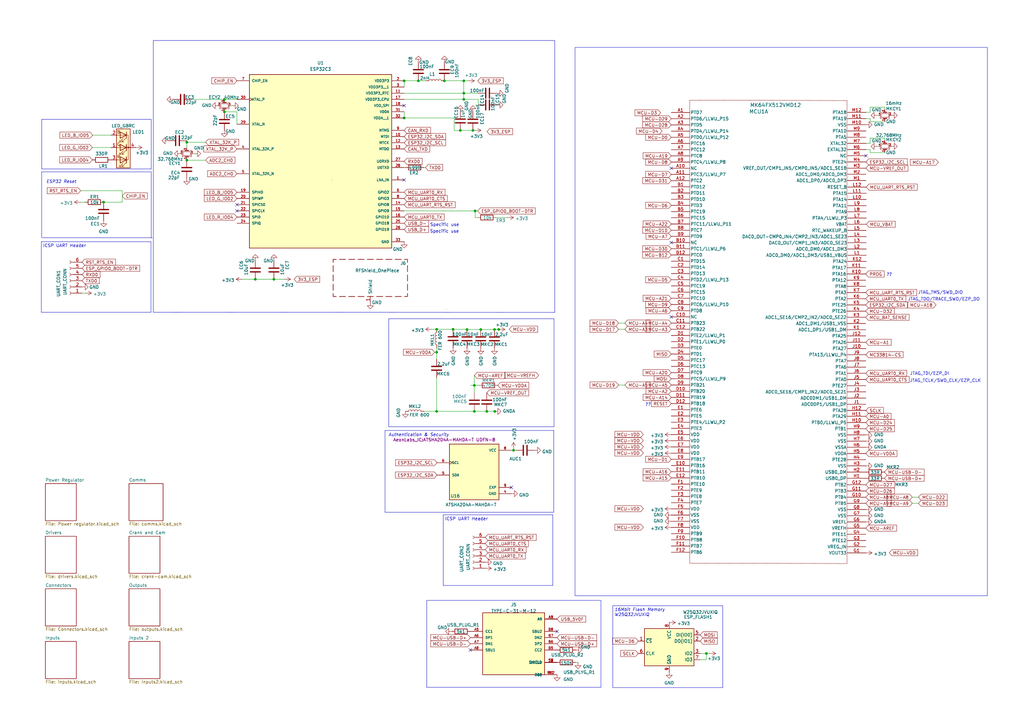
<source format=kicad_sch>
(kicad_sch (version 20230121) (generator eeschema)
  (paper "A3")
  (title_block (title "OPEN ECU") (date "2023-12-11") (rev "12-2023") (company "WWW.AEONLABS.SCIENCE") (comment 1 "https://github.com/aeonSolutions/AeonLabs-AI-Volvo-MKII-Open-Hardware") (comment 2 "Creative Commons non commercial share alike"))
  (junction (at 194.564 158.0642))
  (junction (at 92.0496 45.8724))
  (junction (at 190.2206 33.147))
  (junction (at 112.3442 114.554))
  (junction (at 191.5414 135.1534))
  (junction (at 179.07 144.4752))
  (junction (at 202.819 135.128))
  (junction (at 190.2206 40.767))
  (junction (at 165.7604 48.387))
  (junction (at 182.2704 33.147))
  (junction (at 289.7124 268.0208))
  (junction (at 190.2206 38.227))
  (junction (at 171.6024 33.147))
  (junction (at 210.6168 184.6834))
  (junction (at 104.7242 114.554))
  (junction (at 194.564 168.7322))
  (junction (at 188.7982 53.4924))
  (junction (at 197.1802 135.1534))
  (junction (at 199.644 168.7322))
  (junction (at 179.0954 135.0772))
  (junction (at 202.9206 168.7322))
  (junction (at 92.0242 40.7924))
  (junction (at 76.6064 58.3438))
  (junction (at 42.4942 82.9056))
  (junction (at 193.9544 53.4924))
  (junction (at 194.8688 86.5124))
  (junction (at 179.07 168.7322))
  (junction (at 204.5462 135.128))
  (junction (at 185.8264 135.0772))
  (junction (at 165.7604 33.147))
  (junction (at 76.6064 65.6844))
  (no_connect (at 275.3106 69.0118))
  (no_connect (at 228.473 258.9784))
  (no_connect (at 97.1804 83.947))
  (no_connect (at 275.3106 99.4918))
  (no_connect (at 165.7604 73.787))
  (no_connect (at 209.7278 199.9234))
  (no_connect (at 97.1804 86.487))
  (no_connect (at 165.7604 43.307))
  (no_connect (at 355.1682 63.881))
  (no_connect (at 192.913 266.5984))
  (no_connect (at 275.3106 129.9718))
  (wire (pts (xy 356.87 48.641) (xy 355.1682 48.641)))
  (wire (pts (xy 290.9824 268.0208) (xy 289.7124 268.0208)))
  (wire (pts (xy 185.8264 135.0772) (xy 191.5414 135.0772)))
  (polyline (pts (xy 17.0942 48.9712) (xy 17.0942 69.2912)))
  (wire (pts (xy 356.87 61.341) (xy 355.1682 61.341)))
  (wire (pts (xy 92.0496 45.9994) (xy 92.0496 45.8724)))
  (wire (pts (xy 355.1682 58.801) (xy 356.87 58.801)))
  (wire (pts (xy 181.5084 86.5124) (xy 165.7604 86.487)))
  (wire (pts (xy 179.07 168.7322) (xy 179.07 154.8638)))
  (wire (pts (xy 356.87 61.341) (xy 356.87 62.5856)))
  (wire (pts (xy 190.2206 38.227) (xy 196.1642 38.227)))
  (polyline (pts (xy 16.9672 128.0922) (xy 61.9252 128.0922)))
  (wire (pts (xy 179.0954 135.0772) (xy 185.8264 135.0772)))
  (polyline (pts (xy 62.4332 97.5106) (xy 17.3482 97.5106)))
  (wire (pts (xy 194.564 154.0002) (xy 194.564 158.0642)))
  (wire (pts (xy 208.0768 89.2302) (xy 203.5048 89.2302)))
  (wire (pts (xy 193.04 158.0642) (xy 194.564 158.0642)))
  (wire (pts (xy 376.7074 206.4512) (xy 374.1674 206.4512)))
  (polyline (pts (xy 16.9672 99.1362) (xy 16.9672 128.0922)))
  (wire (pts (xy 94.5896 43.3324) (xy 95.2246 43.3324)))
  (polyline (pts (xy 181.7878 211.1756) (xy 181.7878 240.1316)))
  (wire (pts (xy 188.7982 53.5432) (xy 188.7982 53.4924)))
  (wire (pts (xy 173.8376 168.7322) (xy 179.07 168.7322)))
  (wire (pts (xy 192.0494 33.147) (xy 190.2206 33.147)))
  (wire (pts (xy 45.4914 55.4228) (xy 37.9984 55.4228)))
  (wire (pts (xy 356.87 56.642) (xy 362.9406 56.642)))
  (wire (pts (xy 165.7604 38.227) (xy 190.2206 38.227)))
  (wire (pts (xy 178.2318 144.4752) (xy 179.07 144.4752)))
  (wire (pts (xy 202.7936 135.1788) (xy 202.819 135.1788)))
  (wire (pts (xy 50.1142 78.2066) (xy 50.1142 82.9056)))
  (wire (pts (xy 171.6024 33.147) (xy 165.7604 33.147)))
  (wire (pts (xy 97.1804 45.8724) (xy 97.1804 50.927)))
  (wire (pts (xy 360.4006 47.3202) (xy 359.7656 47.3202)))
  (wire (pts (xy 92.0242 40.7924) (xy 92.0242 40.767)))
  (wire (pts (xy 177.1142 135.0772) (xy 179.0954 135.0772)))
  (wire (pts (xy 183.0324 126.9746) (xy 183.0324 126.8476)))
  (wire (pts (xy 76.6064 73.3044) (xy 76.6064 73.1774)))
  (wire (pts (xy 202.819 135.1788) (xy 202.819 135.128)))
  (wire (pts (xy 209.7278 184.6834) (xy 210.6168 184.6834)))
  (wire (pts (xy 194.564 158.0642) (xy 196.5198 158.0642)))
  (wire (pts (xy 289.7124 268.0208) (xy 287.1724 268.0208)))
  (wire (pts (xy 356.87 48.641) (xy 356.87 49.8856)))
  (wire (pts (xy 355.1682 46.101) (xy 356.87 46.101)))
  (wire (pts (xy 112.3442 114.554) (xy 116.6368 114.554)))
  (polyline (pts (xy 226.7458 211.1756) (xy 226.7458 240.1316)))
  (wire (pts (xy 362.9406 49.8856) (xy 362.9406 49.8602)))
  (wire (pts (xy 362.9406 56.642) (xy 362.9406 57.4802)))
  (wire (pts (xy 76.6064 65.6844) (xy 76.6064 65.5574)))
  (wire (pts (xy 204.5462 135.128) (xy 204.5716 135.128)))
  (wire (pts (xy 289.7124 270.5608) (xy 289.7124 268.0208)))
  (wire (pts (xy 136.2456 73.8124) (xy 136.2456 73.787)))
  (wire (pts (xy 191.5414 135.0772) (xy 191.5414 135.1534)))
  (polyline (pts (xy 226.7458 211.1756) (xy 181.7878 211.1756)))
  (wire (pts (xy 253.7206 132.5118) (xy 256.2606 132.5118)))
  (wire (pts (xy 165.7604 45.847) (xy 165.7604 48.387)))
  (wire (pts (xy 191.5414 135.1534) (xy 197.1802 135.1534)))
  (wire (pts (xy 34.925 120.2182) (xy 33.655 120.2182)))
  (wire (pts (xy 50.1142 82.9056) (xy 42.4942 82.9056)))
  (polyline (pts (xy 17.0688 97.5106) (xy 17.0688 70.5104)))
  (wire (pts (xy 362.9406 43.942) (xy 362.9406 44.7802)))
  (wire (pts (xy 195.9102 86.5378) (xy 195.9102 86.5124)))
  (wire (pts (xy 37.8714 60.5028) (xy 45.4914 60.5028)))
  (wire (pts (xy 356.87 58.801) (xy 356.87 56.642)))
  (wire (pts (xy 360.4006 60.0202) (xy 359.7656 60.0202)))
  (wire (pts (xy 201.0664 135.1534) (xy 201.0664 135.128)))
  (wire (pts (xy 256.2606 135.0518) (xy 253.7206 135.0518)))
  (wire (pts (xy 104.7242 114.554) (xy 112.3442 114.554)))
  (wire (pts (xy 179.07 144.4752) (xy 179.07 147.2438)))
  (wire (pts (xy 165.7604 33.147) (xy 165.7604 35.687)))
  (wire (pts (xy 179.0954 142.6972) (xy 179.0954 144.4752)))
  (wire (pts (xy 186.2582 53.5432) (xy 188.7982 53.5432)))
  (wire (pts (xy 287.1724 270.5608) (xy 289.7124 270.5608)))
  (wire (pts (xy 179.0954 144.4752) (xy 179.07 144.4752)))
  (wire (pts (xy 166.2684 68.707) (xy 165.7604 68.707)))
  (wire (pts (xy 76.6064 58.3438) (xy 76.6064 60.4774)))
  (polyline (pts (xy 62.8904 128.1176) (xy 62.8904 16.6116)))
  (polyline (pts (xy 227.1268 210.0834) (xy 157.9118 210.0834)))
  (polyline (pts (xy 61.9252 99.1362) (xy 16.9672 99.1362)))
  (polyline (pts (xy 296.4434 281.9908) (xy 251.3584 281.9908)))
  (wire (pts (xy 84.328 58.3438) (xy 76.6064 58.3438)))
  (wire (pts (xy 194.8688 86.5124) (xy 195.9102 86.5124)))
  (wire (pts (xy 193.9544 53.4924) (xy 194.7164 53.4924)))
  (wire (pts (xy 194.564 168.7322) (xy 199.644 168.7322)))
  (polyline (pts (xy 62.0014 69.3928) (xy 62.0014 49.0728)))
  (wire (pts (xy 99.3902 114.554) (xy 104.7242 114.554)))
  (wire (pts (xy 194.8688 89.2302) (xy 194.8688 86.5124)))
  (wire (pts (xy 202.819 135.128) (xy 204.5462 135.128)))
  (wire (pts (xy 92.0496 40.7924) (xy 92.0242 40.7924)))
  (wire (pts (xy 92.0242 40.767) (xy 97.1804 40.767)))
  (wire (pts (xy 136.2202 73.8124) (xy 136.2456 73.8124)))
  (polyline (pts (xy 296.4434 248.4628) (xy 296.4434 281.9908)))
  (wire (pts (xy 190.2206 33.147) (xy 190.2206 38.227)))
  (polyline (pts (xy 227.1268 176.5554) (xy 227.1268 210.0834)))
  (polyline (pts (xy 251.3584 248.4628) (xy 296.4434 248.4628)))
  (wire (pts (xy 196.1642 40.767) (xy 196.1642 43.0276)))
  (wire (pts (xy 174.5234 68.707) (xy 173.8884 68.707)))
  (wire (pts (xy 356.87 43.942) (xy 362.9406 43.942)))
  (polyline (pts (xy 62.9158 16.6116) (xy 227.4824 16.6116)))
  (wire (pts (xy 173.8376 168.7068) (xy 173.8376 168.7322)))
  (wire (pts (xy 190.2206 40.767) (xy 196.1642 40.767)))
  (wire (pts (xy 181.5084 86.5124) (xy 194.8688 86.5124)))
  (polyline (pts (xy 157.9118 210.0834) (xy 157.9118 176.5554)))
  (wire (pts (xy 210.6168 184.6834) (xy 211.582 184.6834)))
  (wire (pts (xy 179.07 168.7322) (xy 194.564 168.7322)))
  (wire (pts (xy 186.2582 48.387) (xy 186.2582 53.5432)))
  (wire (pts (xy 194.8688 89.2302) (xy 195.8848 89.2302)))
  (wire (pts (xy 356.87 46.101) (xy 356.87 43.942)))
  (polyline (pts (xy 181.7878 240.1316) (xy 226.7458 240.1316)))
  (wire (pts (xy 197.1802 135.1534) (xy 201.0664 135.1534)))
  (wire (pts (xy 188.7982 53.4924) (xy 193.9544 53.4924)))
  (wire (pts (xy 190.2206 33.147) (xy 182.2704 33.147)))
  (polyline (pts (xy 17.0942 69.2912) (xy 62.0014 69.2912)))
  (polyline (pts (xy 227.5078 16.6116) (xy 227.5078 128.143)))
  (wire (pts (xy 210.6168 184.023) (xy 210.6168 184.6834)))
  (wire (pts (xy 356.87 49.8856) (xy 362.9406 49.8856)))
  (wire (pts (xy 356.87 62.5856) (xy 362.9406 62.5856)))
  (wire (pts (xy 362.9406 62.5856) (xy 362.9406 62.5602)))
  (wire (pts (xy 194.564 158.0642) (xy 194.564 161.1122)))
  (polyline (pts (xy 227.5078 128.143) (xy 62.9158 128.0414)))
  (wire (pts (xy 188.7982 53.4162) (xy 188.7982 53.4924)))
  (wire (pts (xy 165.7604 48.387) (xy 186.2582 48.387)))
  (wire (pts (xy 79.1464 63.0174) (xy 79.7814 63.0174)))
  (wire (pts (xy 76.6064 57.6834) (xy 76.6064 58.3438)))
  (polyline (pts (xy 61.9252 99.1362) (xy 61.9252 128.0922)))
  (polyline (pts (xy 251.3584 281.9908) (xy 251.3584 248.4628)))
  (polyline (pts (xy 17.0688 70.5104) (xy 62.0268 70.5104)))
  (wire (pts (xy 202.9206 168.7322) (xy 202.946 168.7322)))
  (wire (pts (xy 237.0582 271.7292) (xy 237.0582 271.6784)))
  (wire (pts (xy 190.2206 38.227) (xy 190.2206 40.767)))
  (wire (pts (xy 237.0582 271.6784) (xy 236.093 271.6784)))
  (wire (pts (xy 33.0962 82.9056) (xy 34.8742 82.9056)))
  (polyline (pts (xy 157.9118 176.5554) (xy 227.1268 176.5554)))
  (wire (pts (xy 253.7206 157.9118) (xy 256.2606 157.9118)))
  (wire (pts (xy 33.0962 78.2066) (xy 50.1142 78.2066)))
  (wire (pts (xy 376.7074 203.9112) (xy 374.1674 203.9112)))
  (wire (pts (xy 165.7604 40.767) (xy 190.2206 40.767)))
  (polyline (pts (xy 62.0014 48.9712) (xy 17.0942 48.9712)))
  (wire (pts (xy 76.6064 65.6844) (xy 84.3534 65.6844)))
  (wire (pts (xy 201.0664 135.128) (xy 202.819 135.128)))
  (wire (pts (xy 97.1804 45.8724) (xy 92.0496 45.8724)))
  (wire (pts (xy 173.9138 168.7068) (xy 173.8376 168.7068)))
  (wire (pts (xy 174.6504 33.147) (xy 171.6024 33.147)))
  (wire (pts (xy 199.644 168.7322) (xy 202.9206 168.7322)))
  (wire (pts (xy 78.6384 40.7924) (xy 92.0242 40.7924)))
  (polyline (pts (xy 62.0268 70.5104) (xy 62.0268 97.6376)))
  (rectangle (start 235.839 19.4564) (end 404.9776 244.348))
  (rectangle (start 159.4358 130.7084) (end 227.2284 175.0314))
  (rectangle (start 175.006 246.253) (end 246.4816 281.9146))
  (text "??" (at 363.5502 113.4872 0) (effects (font (size 1.27 1.27)) (justify left bottom)))
  (text " JTAG_TDO/TRACE_SWO/EZP_DO\n" (at 371.348 123.5964 0) (effects (font (size 1.27 1.27)) (justify left bottom)))
  (text "ESP32 Reset" (at 18.9738 75.4126 0) (effects (font (size 1.27 1.27) italic) (justify left bottom)))
  (text "16Mbit Flash Memory\nW25Q32JVUXIQ" (at 252.0442 253.0094 0) (effects (font (size 1.27 1.27) italic) (justify left bottom)))
  (text "JTAG_TCLK/SWD_CLK/EZP_CLK\n" (at 373.1006 156.9974 0) (effects (font (size 1.27 1.27)) (justify left bottom)))
  (text "??" (at 264.6172 166.7764 0) (effects (font (size 1.27 1.27)) (justify left bottom)))
  (text "ICSP UART Header" (at 182.4228 213.7156 0) (effects (font (size 1.27 1.27)) (justify left bottom)))
  (text " JTAG_TMS/SWD_DIO" (at 375.4628 120.8532 0) (effects (font (size 1.27 1.27)) (justify left bottom)))
  (text "ICSP UART Header" (at 17.6022 101.6762 0) (effects (font (size 1.27 1.27)) (justify left bottom)))
  (text "JTAG_TDI/EZP_DI\n" (at 373.2022 154.0764 0) (effects (font (size 1.27 1.27)) (justify left bottom)))
  (text "Specific use" (at 176.3014 95.758 0) (effects (font (size 1.27 1.27)) (justify left bottom)))
  (text "Authentication & Security" (at 159.3088 179.2224 0) (effects (font (size 1.27 1.27) italic) (justify left bottom)))
  (text "Specific use" (at 176.3776 93.0656 0) (effects (font (size 1.27 1.27)) (justify left bottom)))
  (global_label "MCU_UART0_CTS" (shape input) (at 199.009 222.9358 0) (property "Intersheetrefs" "${INTERSHEET_REFS}" (effects hide)))
  (global_label "MCU_UART_RTS_RST" (shape input) (at 165.7604 83.947 0) (property "Intersheetrefs" "${INTERSHEET_REFS}" (effects hide)))
  (global_label "MCU-A6" (shape input) (at 275.3106 127.4318 180) (property "Intersheetrefs" "${INTERSHEET_REFS}" (effects hide)))
  (global_label "MCU-A21" (shape input) (at 275.3106 122.3518 180) (property "Intersheetrefs" "${INTERSHEET_REFS}" (effects hide)))
  (global_label "LED_R_IO04" (shape input) (at 37.8714 65.5828 180) (property "Intersheetrefs" "${INTERSHEET_REFS}" (effects hide)))
  (global_label "MCU_VBAT" (shape input) (at 355.2952 91.9734 0) (property "Intersheetrefs" "${INTERSHEET_REFS}" (effects hide)))
  (global_label "MCU-VREFH" (shape input) (at 220.9292 153.924 180) (property "Intersheetrefs" "${INTERSHEET_REFS}" (effects hide)))
  (global_label "MCU-A18" (shape input) (at 383.9464 125.0696 180) (property "Intersheetrefs" "${INTERSHEET_REFS}" (effects hide)))
  (global_label "MCU-D1" (shape input) (at 275.3106 188.3918 180) (property "Intersheetrefs" "${INTERSHEET_REFS}" (effects hide)))
  (global_label "MCU-A9" (shape input) (at 355.1174 206.4512 0) (property "Intersheetrefs" "${INTERSHEET_REFS}" (effects hide)))
  (global_label "MCU-A15" (shape input) (at 275.3106 196.0118 180) (property "Intersheetrefs" "${INTERSHEET_REFS}" (effects hide)))
  (global_label "MCU-D7" (shape input) (at 275.3106 71.5518 180) (property "Intersheetrefs" "${INTERSHEET_REFS}" (effects hide)))
  (global_label "RST_RTS_EN" (shape input) (at 33.0962 78.2066 180) (property "Intersheetrefs" "${INTERSHEET_REFS}" (effects hide)))
  (global_label "MCU-VDDA" (shape input) (at 204.1398 158.0642 0) (property "Intersheetrefs" "${INTERSHEET_REFS}" (effects hide)))
  (global_label "ESP32_I2C_SDA" (shape input) (at 165.7604 56.007 0) (property "Intersheetrefs" "${INTERSHEET_REFS}" (effects hide)))
  (global_label "MCU_UART_RTS_RST" (shape input) (at 199.009 220.3958 0) (property "Intersheetrefs" "${INTERSHEET_REFS}" (effects hide)))
  (global_label "ESP32_I2C_SCL" (shape input) (at 179.2478 189.7634 180) (property "Intersheetrefs" "${INTERSHEET_REFS}" (effects hide)))
  (global_label "MCU_UART0_RX" (shape input) (at 165.7604 78.867 0) (property "Intersheetrefs" "${INTERSHEET_REFS}" (effects hide)))
  (global_label "MISO" (shape input) (at 275.3106 145.2118 180) (property "Intersheetrefs" "${INTERSHEET_REFS}" (effects hide)))
  (global_label "MOSI" (shape input) (at 275.3106 155.3718 180) (property "Intersheetrefs" "${INTERSHEET_REFS}" (effects hide)))
  (global_label "MCU-D32" (shape input) (at 355.0666 127.6096 0) (property "Intersheetrefs" "${INTERSHEET_REFS}" (effects hide)))
  (global_label "MCU-D8" (shape input) (at 275.3106 66.4718 180) (property "Intersheetrefs" "${INTERSHEET_REFS}" (effects hide)))
  (global_label "MCU-A19" (shape input) (at 275.3106 63.9318 180) (property "Intersheetrefs" "${INTERSHEET_REFS}" (effects hide)))
  (global_label "RXD0" (shape input) (at 33.655 112.5982 0) (property "Intersheetrefs" "${INTERSHEET_REFS}" (effects hide)))
  (global_label "MCU_UART0_CTS" (shape input) (at 165.7604 81.407 0) (property "Intersheetrefs" "${INTERSHEET_REFS}" (effects hide)))
  (global_label "MCU-VREF_OUT" (shape input) (at 199.644 161.1122 0) (property "Intersheetrefs" "${INTERSHEET_REFS}" (effects hide)))
  (global_label "MCU-A22" (shape input) (at 275.3106 91.8718 180) (property "Intersheetrefs" "${INTERSHEET_REFS}" (effects hide)))
  (global_label "MCU-D27" (shape input) (at 355.1174 198.8312 0) (property "Intersheetrefs" "${INTERSHEET_REFS}" (effects hide)))
  (global_label "ADC2_CH0" (shape input) (at 97.1804 71.247 180) (property "Intersheetrefs" "${INTERSHEET_REFS}" (effects hide)))
  (global_label "MCU-D10" (shape input) (at 275.3106 94.4118 180) (property "Intersheetrefs" "${INTERSHEET_REFS}" (effects hide)))
  (global_label "CHIP_EN" (shape input) (at 97.1804 33.147 180) (property "Intersheetrefs" "${INTERSHEET_REFS}" (effects hide)))
  (global_label "RST_RTS_EN" (shape input) (at 33.655 107.5182 0) (property "Intersheetrefs" "${INTERSHEET_REFS}" (effects hide)))
  (global_label "MCU-VDD" (shape input) (at 263.8806 180.6956 180) (property "Intersheetrefs" "${INTERSHEET_REFS}" (effects hide)))
  (global_label "MISO" (shape input) (at 287.1724 262.9408 0) (property "Intersheetrefs" "${INTERSHEET_REFS}" (effects hide)))
  (global_label "ESP32_I2C_SDA" (shape input) (at 179.2478 194.8434 180) (property "Intersheetrefs" "${INTERSHEET_REFS}" (effects hide)))
  (global_label "MCU-AREF" (shape input) (at 194.564 154.0002 0) (property "Intersheetrefs" "${INTERSHEET_REFS}" (effects hide)))
  (global_label "MCU-D5" (shape input) (at 275.3106 114.7318 180) (property "Intersheetrefs" "${INTERSHEET_REFS}" (effects hide)))
  (global_label "RXD0" (shape input) (at 165.7604 66.167 0) (property "Intersheetrefs" "${INTERSHEET_REFS}" (effects hide)))
  (global_label "MCU-VDD" (shape input) (at 364.7186 226.695 0) (property "Intersheetrefs" "${INTERSHEET_REFS}" (effects hide)))
  (global_label "3V3_ESP" (shape input) (at 199.7202 53.975 0) (property "Intersheetrefs" "${INTERSHEET_REFS}" (effects hide)))
  (global_label "MCU_UART0_TX" (shape input) (at 355.0666 122.5296 0) (property "Intersheetrefs" "${INTERSHEET_REFS}" (effects hide)))
  (global_label "USB_D-" (shape input) (at 165.7604 91.567 0) (property "Intersheetrefs" "${INTERSHEET_REFS}" (effects hide)))
  (global_label "MCU_BAT_SENSE" (shape input) (at 355.0666 130.1496 0) (effects (font italic)) (property "Intersheetrefs" "${INTERSHEET_REFS}" (effects hide)))
  (global_label "PROG" (shape input) (at 355.0666 112.3696 0) (property "Intersheetrefs" "${INTERSHEET_REFS}" (effects hide)))
  (global_label "MCU_UART_RTS_RST" (shape input) (at 355.2952 76.7334 0) (property "Intersheetrefs" "${INTERSHEET_REFS}" (effects hide)))
  (global_label "MCU-D6" (shape input) (at 261.7724 262.9408 180) (property "Intersheetrefs" "${INTERSHEET_REFS}" (effects hide)))
  (global_label "XTAL_32K_P" (shape input) (at 84.328 58.3438 0) (property "Intersheetrefs" "${INTERSHEET_REFS}" (effects hide)))
  (global_label "MCU-D29" (shape input) (at 275.3106 48.6918 180) (property "Intersheetrefs" "${INTERSHEET_REFS}" (effects hide)))
  (global_label "LED_G_IO02" (shape input) (at 37.8714 60.5028 180) (property "Intersheetrefs" "${INTERSHEET_REFS}" (effects hide)))
  (global_label "TXD0" (shape input) (at 33.655 115.1382 0) (property "Intersheetrefs" "${INTERSHEET_REFS}" (effects hide)))
  (global_label "ESP32_I2C_SCL" (shape input) (at 165.7604 58.547 0) (property "Intersheetrefs" "${INTERSHEET_REFS}" (effects hide)))
  (global_label "MCU-VDD" (shape input) (at 263.8806 185.7756 180) (property "Intersheetrefs" "${INTERSHEET_REFS}" (effects hide)))
  (global_label "MCU-A14" (shape input) (at 275.3106 162.9918 180) (property "Intersheetrefs" "${INTERSHEET_REFS}" (effects hide)))
  (global_label "MCU-A5" (shape input) (at 256.2606 157.9118 0) (property "Intersheetrefs" "${INTERSHEET_REFS}" (effects hide)))
  (global_label "CAN_RXD" (shape input) (at 165.7604 53.467 0) (property "Intersheetrefs" "${INTERSHEET_REFS}" (effects hide)))
  (global_label "MCU-A8" (shape input) (at 355.1174 203.9112 0) (property "Intersheetrefs" "${INTERSHEET_REFS}" (effects hide)))
  (global_label "SCLK" (shape input) (at 261.7724 268.0208 180) (property "Intersheetrefs" "${INTERSHEET_REFS}" (effects hide)))
  (global_label "MC33814-CS" (shape input) (at 355.1428 145.4912 0) (property "Intersheetrefs" "${INTERSHEET_REFS}" (effects hide)))
  (global_label "ESP32_I2C_SCL" (shape input) (at 355.1682 66.421 0) (property "Intersheetrefs" "${INTERSHEET_REFS}" (effects hide)))
  (global_label "MCU-VREF_OUT" (shape input) (at 355.1682 68.961 0) (property "Intersheetrefs" "${INTERSHEET_REFS}" (effects hide)))
  (global_label "SCLK" (shape input) (at 355.1428 168.3512 0) (property "Intersheetrefs" "${INTERSHEET_REFS}" (effects hide)))
  (global_label "LED_B_IO05" (shape input) (at 37.9984 55.4228 180) (property "Intersheetrefs" "${INTERSHEET_REFS}" (effects hide)))
  (global_label "MCU-A17" (shape input) (at 384.8862 66.548 180) (property "Intersheetrefs" "${INTERSHEET_REFS}" (effects hide)))
  (global_label "MCU-VDDA" (shape input) (at 178.2318 144.4752 180) (property "Intersheetrefs" "${INTERSHEET_REFS}" (effects hide)))
  (global_label "MCU-USB-D-" (shape input) (at 362.7374 193.6242 0) (property "Intersheetrefs" "${INTERSHEET_REFS}" (effects hide)))
  (global_label "MCU-D25" (shape input) (at 355.1174 175.8442 0) (property "Intersheetrefs" "${INTERSHEET_REFS}" (effects hide)))
  (global_label "TXD0" (shape input) (at 174.5234 68.707 0) (property "Intersheetrefs" "${INTERSHEET_REFS}" (effects hide)))
  (global_label "MCU_UART0_RX" (shape input) (at 199.009 225.4758 0) (property "Intersheetrefs" "${INTERSHEET_REFS}" (effects hide)))
  (global_label "USB_D+" (shape input) (at 165.7604 94.107 0) (property "Intersheetrefs" "${INTERSHEET_REFS}" (effects hide)))
  (global_label "MCU-A2" (shape input) (at 275.3106 160.4518 180) (property "Intersheetrefs" "${INTERSHEET_REFS}" (effects hide)))
  (global_label "MCU-D6" (shape input) (at 275.3106 84.2518 180) (property "Intersheetrefs" "${INTERSHEET_REFS}" (effects hide)))
  (global_label "MCU_UART0_TX" (shape input) (at 199.009 228.0158 0) (property "Intersheetrefs" "${INTERSHEET_REFS}" (effects hide)))
  (global_label "MOSI" (shape input) (at 287.1724 260.4008 0) (property "Intersheetrefs" "${INTERSHEET_REFS}" (effects hide)))
  (global_label "MCU-USB-D+" (shape input) (at 192.913 261.5184 180) (property "Intersheetrefs" "${INTERSHEET_REFS}" (effects hide)))
  (global_label "3V3_ESP" (shape input) (at 120.6246 114.5286 0) (property "Intersheetrefs" "${INTERSHEET_REFS}" (effects hide)))
  (global_label "LED_G_IO02" (shape input) (at 97.1804 81.407 180) (property "Intersheetrefs" "${INTERSHEET_REFS}" (effects hide)))
  (global_label "ESP_GPIO0_BOOT-DTR" (shape input) (at 195.9102 86.5378 0) (property "Intersheetrefs" "${INTERSHEET_REFS}" (effects hide)))
  (global_label "MCU-A16" (shape input) (at 275.3106 193.4718 180) (property "Intersheetrefs" "${INTERSHEET_REFS}" (effects hide)))
  (global_label "MCU-VDDA" (shape input) (at 355.1174 186.0042 0) (property "Intersheetrefs" "${INTERSHEET_REFS}" (effects hide)))
  (global_label "MCU-D19" (shape input) (at 253.7206 157.9118 180) (property "Intersheetrefs" "${INTERSHEET_REFS}" (effects hide)))
  (global_label "MCU-D4" (shape input) (at 271.5514 53.7718 180) (property "Intersheetrefs" "${INTERSHEET_REFS}" (effects hide)))
  (global_label "MCU_UART0_CTS" (shape input) (at 355.1428 155.6512 0) (property "Intersheetrefs" "${INTERSHEET_REFS}" (effects hide)))
  (global_label "MCU-A4" (shape input) (at 256.2606 132.5118 0) (property "Intersheetrefs" "${INTERSHEET_REFS}" (effects hide)))
  (global_label "MCU-D9" (shape input) (at 275.3106 124.8918 180) (property "Intersheetrefs" "${INTERSHEET_REFS}" (effects hide)))
  (global_label "LED_R_IO04" (shape input) (at 97.1804 89.027 180) (property "Intersheetrefs" "${INTERSHEET_REFS}" (effects hide)))
  (global_label "MCU-VDD" (shape input) (at 263.8806 208.6356 180) (property "Intersheetrefs" "${INTERSHEET_REFS}" (effects hide)))
  (global_label "MCU-D0" (shape input) (at 275.3106 56.3118 180) (property "Intersheetrefs" "${INTERSHEET_REFS}" (effects hide)))
  (global_label "MCU-VDD" (shape input) (at 263.8806 183.2356 180) (property "Intersheetrefs" "${INTERSHEET_REFS}" (effects hide)))
  (global_label "MCU-VDD" (shape input) (at 263.8806 178.1556 180) (property "Intersheetrefs" "${INTERSHEET_REFS}" (effects hide)))
  (global_label "MCU-A3" (shape input) (at 275.3106 135.0518 180) (property "Intersheetrefs" "${INTERSHEET_REFS}" (effects hide)))
  (global_label "MCU-B12" (shape input) (at 275.3106 104.5718 180) (property "Intersheetrefs" "${INTERSHEET_REFS}" (effects hide)))
  (global_label "MCU-A1" (shape input) (at 355.1428 140.4112 0) (property "Intersheetrefs" "${INTERSHEET_REFS}" (effects hide)))
  (global_label "LED_B_IO05" (shape input) (at 97.1804 78.867 180) (property "Intersheetrefs" "${INTERSHEET_REFS}" (effects hide)))
  (global_label "MCU-D28" (shape input) (at 275.3106 51.2318 180) (property "Intersheetrefs" "${INTERSHEET_REFS}" (effects hide)))
  (global_label "MCU-D17" (shape input) (at 253.7206 135.0518 180) (property "Intersheetrefs" "${INTERSHEET_REFS}" (effects hide)))
  (global_label "MCU-A0" (shape input) (at 355.1174 170.7642 0) (property "Intersheetrefs" "${INTERSHEET_REFS}" (effects hide)))
  (global_label "RESET" (shape input) (at 275.3106 165.5318 180) (property "Intersheetrefs" "${INTERSHEET_REFS}" (effects hide)))
  (global_label "MCU-A20" (shape input) (at 275.3106 152.8318 180) (property "Intersheetrefs" "${INTERSHEET_REFS}" (effects hide)))
  (global_label "MCU_UART0_RX" (shape input) (at 355.1428 153.1112 0) (property "Intersheetrefs" "${INTERSHEET_REFS}" (effects hide)))
  (global_label "MCU-D30" (shape input) (at 275.3106 102.0318 180) (property "Intersheetrefs" "${INTERSHEET_REFS}" (effects hide)))
  (global_label "3V3_ESP" (shape input) (at 195.9356 33.147 0) (property "Intersheetrefs" "${INTERSHEET_REFS}" (effects hide)))
  (global_label "MCU-A7" (shape input) (at 275.3106 96.9518 180) (property "Intersheetrefs" "${INTERSHEET_REFS}" (effects hide)))
  (global_label "CAN_TXD" (shape input) (at 165.7604 61.087 0) (property "Intersheetrefs" "${INTERSHEET_REFS}" (effects hide)))
  (global_label "MCU-AREF" (shape input) (at 355.1174 216.6112 0) (property "Intersheetrefs" "${INTERSHEET_REFS}" (effects hide)))
  (global_label "MCU-D31" (shape input) (at 275.3106 74.0918 180) (property "Intersheetrefs" "${INTERSHEET_REFS}" (effects hide)))
  (global_label "MCU_UART_RTS_RST" (shape input) (at 355.0666 119.9896 0) (property "Intersheetrefs" "${INTERSHEET_REFS}" (effects hide)))
  (global_label "XTAL_32K_P" (shape input) (at 97.1804 61.087 180) (property "Intersheetrefs" "${INTERSHEET_REFS}" (effects hide)))
  (global_label "MCU-A4" (shape input) (at 275.3106 132.5118 180) (property "Intersheetrefs" "${INTERSHEET_REFS}" (effects hide)))
  (global_label "MCU-A3" (shape input) (at 256.2606 135.0518 0) (property "Intersheetrefs" "${INTERSHEET_REFS}" (effects hide)))
  (global_label "MCU-USB-D-" (shape input) (at 228.473 261.5184 0) (property "Intersheetrefs" "${INTERSHEET_REFS}" (effects hide)))
  (global_label "MCU-D24" (shape input) (at 355.1174 173.3042 0) (property "Intersheetrefs" "${INTERSHEET_REFS}" (effects hide)))
  (global_label "MCU-D22" (shape input) (at 376.7074 203.9112 0) (property "Intersheetrefs" "${INTERSHEET_REFS}" (effects hide)))
  (global_label "MCU-D3" (shape input) (at 270.9672 46.2534 180) (property "Intersheetrefs" "${INTERSHEET_REFS}" (effects hide)))
  (global_label "ADC2_CH0" (shape input) (at 84.3534 65.6844 0) (property "Intersheetrefs" "${INTERSHEET_REFS}" (effects hide)))
  (global_label "MCU-USB-D+" (shape input) (at 228.473 264.0584 0) (property "Intersheetrefs" "${INTERSHEET_REFS}" (effects hide)))
  (global_label "MCU-D18" (shape input) (at 253.7206 132.5118 180) (property "Intersheetrefs" "${INTERSHEET_REFS}" (effects hide)))
  (global_label "MCU-A8" (shape input) (at 374.1674 203.9112 180) (property "Intersheetrefs" "${INTERSHEET_REFS}" (effects hide)))
  (global_label "MCU-USB-D+" (shape input) (at 362.7374 196.1642 0) (property "Intersheetrefs" "${INTERSHEET_REFS}" (effects hide)))
  (global_label "MCU_UART0_TX" (shape input) (at 165.7604 89.027 0) (property "Intersheetrefs" "${INTERSHEET_REFS}" (effects hide)))
  (global_label "USB_5V0F" (shape input) (at 228.473 253.8984 0) (property "Intersheetrefs" "${INTERSHEET_REFS}" (effects hide)))
  (global_label "MCU-D23" (shape input) (at 376.7074 206.4512 0) (property "Intersheetrefs" "${INTERSHEET_REFS}" (effects hide)))
  (global_label "MCU-USB-D-" (shape input) (at 192.913 264.0584 180) (property "Intersheetrefs" "${INTERSHEET_REFS}" (effects hide)))
  (global_label "ESP32_I2C_SDA" (shape input) (at 355.0666 125.0696 0) (property "Intersheetrefs" "${INTERSHEET_REFS}" (effects hide)))
  (global_label "CHIP_EN" (shape input) (at 50.1142 80.3656 0) (property "Intersheetrefs" "${INTERSHEET_REFS}" (effects hide)))
  (global_label "MCU-A5" (shape input) (at 275.3106 157.9118 180) (property "Intersheetrefs" "${INTERSHEET_REFS}" (effects hide)))
  (global_label "MCU-VDD" (shape input) (at 208.8642 135.001 0) (property "Intersheetrefs" "${INTERSHEET_REFS}" (effects hide)))
  (global_label "MCU-VDD" (shape input) (at 263.8806 216.2556 180) (property "Intersheetrefs" "${INTERSHEET_REFS}" (effects hide)))
  (global_label "MCU-D26" (shape input) (at 355.1174 201.3712 0) (property "Intersheetrefs" "${INTERSHEET_REFS}" (effects hide)))
  (global_label "MCU-A9" (shape input) (at 374.1674 206.4512 180) (property "Intersheetrefs" "${INTERSHEET_REFS}" (effects hide)))
  (global_label "ESP_GPIO0_BOOT-DTR" (shape input) (at 33.655 110.0582 0) (property "Intersheetrefs" "${INTERSHEET_REFS}" (effects hide)))
  (symbol (lib_id "Device:C") (at 191.5414 138.9634 180) (unit 1)
    (property "Reference" "MKC3" (at 196.85 141.1732 0) (effects (justify left)))
    (property "Value" "10nF" (at 196.5198 137.1346 0) (effects (justify left)))
    (property "Footprint" "Capacitor_SMD:C_0603_1608Metric" (effects hide))
  )
  (symbol (lib_id "power:+3V3") (at 210.6168 184.023 0) (unit 1)
    (property "Reference" "#PWR011" (effects hide))
    (property "Value" "+3V3" (at 210.9978 180.7718 90) (effects (justify left)))
  )
  (symbol (lib_id "Device:LED_GBRC") (at 50.5714 60.5028 180) (unit 1)
    (property "Reference" "LED1" (at 56.7944 54.1528 0))
    (property "Value" "LED_GBRC" (at 50.5714 51.6128 0))
    (property "Footprint" "AeonLabs_Power:LED_1206_3210_RGB_Metric" (effects hide))
  )
  (symbol (lib_id "Device:C") (at 104.7242 110.744 0) (mirror x) (unit 1)
    (property "Reference" "EC6" (at 99.0092 106.8324 90) (effects (justify left)))
    (property "Value" "10uF" (at 100.9904 108.077 90) (effects (justify left)))
    (property "Footprint" "Capacitor_SMD:C_0805_2012Metric" (effects hide))
  )
  (symbol (lib_id "power:GND") (at 95.2246 43.3324 90) (mirror x) (unit 1)
    (property "Reference" "#PWR070" (effects hide))
    (property "Value" "GND" (at 97.0534 44.7548 90) (effects (justify right)))
  )
  (symbol (lib_id "Device:C") (at 182.2704 29.337 180) (unit 1)
    (property "Reference" "EC9" (at 185.547 26.7208 90) (effects (justify left)))
    (property "Value" "100nF" (at 187.3758 25.908 90) (effects (justify left)))
    (property "Footprint" "Capacitor_SMD:C_0603_1608Metric" (effects hide))
  )
  (symbol (lib_id "Device:R") (at 170.0784 68.707 270) (mirror x) (unit 1)
    (property "Reference" "ER2" (at 169.799 70.8406 90))
    (property "Value" "499R" (at 170.1038 68.8086 90))
    (property "Footprint" "Resistor_SMD:R_0603_1608Metric" (effects hide))
  )
  (symbol (lib_id "power:+3V3") (at 290.9824 268.0208 270) (unit 1)
    (property "Reference" "#PWR092" (effects hide))
    (property "Value" "+3V3" (at 290.1442 270.0782 90) (effects (justify left)))
  )
  (symbol (lib_id "power:GND") (at 166.2938 168.7068 0) (unit 1)
    (property "Reference" "#PWR024" (effects hide))
    (property "Value" "GND" (at 163.449 167.2336 90) (effects (justify right)))
  )
  (symbol (lib_id "Device:R") (at 38.6842 82.9056 90) (unit 1)
    (property "Reference" "ER1" (at 38.8366 80.7212 90))
    (property "Value" "10k" (at 38.7858 83.0072 90))
    (property "Footprint" "Resistor_SMD:R_0603_1608Metric" (effects hide))
  )
  (symbol (lib_id "Device:R") (at 358.9274 193.6242 90) (unit 1)
    (property "Reference" "MKR2" (at 366.2426 191.5922 90))
    (property "Value" "33R" (at 358.902 193.7258 90))
    (property "Footprint" "Resistor_SMD:R_0603_1608Metric" (effects hide))
  )
  (symbol (lib_id "power:GND") (at 193.9544 45.8724 0) (mirror x) (unit 1)
    (property "Reference" "#PWR085" (effects hide))
    (property "Value" "GND" (at 192.9384 48.7172 90) (effects (justify right)))
  )
  (symbol (lib_id "power:+3V3") (at 55.6514 60.5028 270) (unit 1)
    (property "Reference" "#PWR098" (effects hide))
    (property "Value" "+3V3" (at 55.6006 62.6364 90) (effects (justify left)))
  )
  (symbol (lib_id "power:GND") (at 355.1174 211.5312 90) (unit 1)
    (property "Reference" "#PWR029" (effects hide))
    (property "Value" "GND" (at 358.3686 211.4042 90) (effects (justify right)))
  )
  (symbol (lib_id "Device:C") (at 194.564 164.9222 180) (unit 1)
    (property "Reference" "MKC5" (at 191.516 164.6682 0) (effects (justify left)))
    (property "Value" "100nF" (at 191.516 162.6362 0) (effects (justify left)))
    (property "Footprint" "Capacitor_SMD:C_0603_1608Metric" (effects hide))
  )
  (symbol (lib_id "power:GND") (at 171.6024 25.527 180) (unit 1)
    (property "Reference" "#PWR075" (effects hide))
    (property "Value" "GND" (at 173.8884 25.527 0))
  )
  (symbol (lib_id "power:GND") (at 191.5414 142.7734 0) (unit 1)
    (property "Reference" "#PWR022" (effects hide))
    (property "Value" "GND" (at 191.6684 146.0246 90) (effects (justify right)))
  )
  (symbol (lib_id "power:GND") (at 355.1174 178.3842 90) (unit 1)
    (property "Reference" "#PWR027" (effects hide))
    (property "Value" "GND" (at 358.3686 178.2572 90) (effects (justify right)))
  )
  (symbol (lib_id "power:+3V3") (at 208.0768 89.2302 270) (unit 1)
    (property "Reference" "#PWR078" (effects hide))
    (property "Value" "+3V3" (at 211.328 89.6112 90) (effects (justify left)))
  )
  (symbol (lib_id "Connector:Conn_01x06_Socket") (at 28.575 115.1382 180) (unit 1)
    (property "Reference" "UART_CON1" (at 24.003 116.2812 90))
    (property "Value" "UART_CONN" (at 26.6446 115.57 90))
    (property "Footprint" "AeonLabs_Connectors:SOIC_clipProgSmall" (effects hide))
  )
  (symbol (lib_id "power:+3V3") (at 199.009 233.0958 270) (unit 1)
    (property "Reference" "#PWR07" (effects hide))
    (property "Value" "+3V3" (at 202.2602 233.4768 90) (effects (justify left)))
  )
  (symbol (lib_id "Device:R") (at 358.9274 196.1642 90) (unit 1)
    (property "Reference" "MKR3" (at 369.7224 198.755 90))
    (property "Value" "33R" (at 358.902 196.2658 90))
    (property "Footprint" "Resistor_SMD:R_0603_1608Metric" (effects hide))
  )
  (symbol (lib_id "power:GND") (at 274.4724 275.6408 0) (unit 1)
    (property "Reference" "#PWR089" (effects hide))
    (property "Value" "GND" (at 274.4724 280.0842 0))
  )
  (symbol (lib_id "AeonLabs_IC:MK64FX512VMD12") (at 275.3106 46.1518 0) (unit 1)
    (property "Reference" "MCU1" (at 311.1754 45.7708 0) (effects (font (size 1.524 1.524))))
    (property "Value" "MK64FX512VMD12" (at 318.0842 43.1038 0) (effects (font (size 1.524 1.524))))
    (property "Footprint" "AeonLabs_IC:NXP 144 PIN BGA" (effects hide))
    (property "Datasheet" "MK64FX512VMD12" (effects hide))
  )
  (symbol (lib_id "power:GND") (at 365.4806 60.0202 90) (unit 1)
    (property "Reference" "#PWR026" (effects hide))
    (property "Value" "GND" (at 365.3536 62.5602 90))
  )
  (symbol (lib_id "Device:RFShield_OnePiece") (at 151.892 113.9952 0) (unit 1)
    (property "Reference" "J6" (at 164.1602 107.95 0) (effects (justify left)))
    (property "Value" "RFShield_OnePiece" (at 145.669 110.9726 0) (effects (justify left)))
    (property "Footprint" "AeonLabs_Shields:ESP32-S3 GND Shield" (effects hide))
  )
  (symbol (lib_id "power:GNDA") (at 355.1174 214.0712 90) (unit 1)
    (property "Reference" "#PWR059" (effects hide))
    (property "Value" "GNDA" (at 358.3686 213.9442 90) (effects (justify right)))
  )
  (symbol (lib_id "power:GNDA") (at 355.1174 183.4642 90) (unit 1)
    (property "Reference" "#PWR058" (effects hide))
    (property "Value" "GNDA" (at 358.3686 183.3372 90) (effects (justify right)))
  )
  (symbol (lib_id "Device:L") (at 178.4604 33.147 270) (mirror x) (unit 1)
    (property "Reference" "L1" (at 177.292 30.4038 90))
    (property "Value" "2nH" (at 174.2186 32.0548 90))
    (property "Footprint" "Inductor_SMD:L_0805_2012Metric" (effects hide))
  )
  (symbol (lib_id "power:GND") (at 71.0184 40.7924 270) (mirror x) (unit 1)
    (property "Reference" "#PWR064" (effects hide))
    (property "Value" "GND" (at 71.882 41.9354 90))
  )
  (symbol (lib_id "Device:C") (at 199.644 164.9222 180) (unit 1)
    (property "Reference" "MKC7" (at 208.026 165.9382 0) (effects (justify left)))
    (property "Value" "100nF" (at 208.026 163.9062 0) (effects (justify left)))
    (property "Footprint" "Capacitor_SMD:C_0603_1608Metric" (effects hide))
  )
  (symbol (lib_id "power:+3V3") (at 275.3106 178.2318 90) (mirror x) (unit 1)
    (property "Reference" "#PWR038" (effects hide))
    (property "Value" "+3V3" (at 272.0594 178.6128 90) (effects (justify left)))
  )
  (symbol (lib_id "power:GND") (at 188.7982 45.7962 0) (mirror x) (unit 1)
    (property "Reference" "#PWR083" (effects hide))
    (property "Value" "GND" (at 191.3382 45.4406 90) (effects (justify right)))
  )
  (symbol (lib_id "Device:C") (at 202.7936 138.9888 180) (unit 1)
    (property "Reference" "MKC1" (at 208.2038 141.2494 0) (effects (justify left)))
    (property "Value" "2.2uF" (at 208.5086 137.2108 0) (effects (justify left)))
    (property "Footprint" "Capacitor_SMD:C_0603_1608Metric" (effects hide))
  )
  (symbol (lib_id "Device:C") (at 76.6064 69.4944 0) (mirror y) (unit 1)
    (property "Reference" "EC4" (at 73.914 70.866 0) (effects (justify left)))
    (property "Value" "22pF" (at 73.8124 72.8472 0) (effects (justify left)))
    (property "Footprint" "Capacitor_SMD:C_0603_1608Metric" (effects hide))
  )
  (symbol (lib_id "power:GND") (at 359.7656 47.3202 270) (unit 1)
    (property "Reference" "#PWR018" (effects hide))
    (property "Value" "GND" (at 361.5944 45.0342 90) (effects (justify right)))
  )
  (symbol (lib_id "power:GND") (at 219.202 184.6834 90) (unit 1)
    (property "Reference" "#PWR017" (effects hide))
    (property "Value" "GND" (at 222.3262 185.2422 90) (effects (justify right)))
  )
  (symbol (lib_id "Device:R") (at 41.6814 65.5828 90) (unit 1)
    (property "Reference" "LR1" (at 44.2214 68.1228 90) (effects (justify left)))
    (property "Value" "330R" (at 44.2214 63.0428 90) (effects (justify left)))
    (property "Footprint" "Resistor_SMD:R_0603_1608Metric" (effects hide))
  )
  (symbol (lib_id "power:+3V3") (at 275.3106 216.3318 90) (mirror x) (unit 1)
    (property "Reference" "#PWR043" (effects hide))
    (property "Value" "+3V3" (at 272.0594 216.7128 90) (effects (justify left)))
  )
  (symbol (lib_id "Device:C") (at 42.4942 86.7156 180) (unit 1)
    (property "Reference" "EC1" (at 40.9702 91.7956 0) (effects (justify left)))
    (property "Value" "100nF" (at 40.9702 89.5096 0) (effects (justify left)))
    (property "Footprint" "Capacitor_SMD:C_0603_1608Metric" (effects hide))
  )
  (symbol (lib_id "power:GND") (at 197.1802 142.7734 0) (unit 1)
    (property "Reference" "#PWR021" (effects hide))
    (property "Value" "GND" (at 197.3072 146.0246 90) (effects (justify right)))
  )
  (symbol (lib_id "Device:C") (at 185.8264 138.8872 180) (unit 1)
    (property "Reference" "MKC4" (at 191.1858 141.1732 0) (effects (justify left)))
    (property "Value" "100nF" (at 191.5922 137.1092 0) (effects (justify left)))
    (property "Footprint" "Capacitor_SMD:C_0603_1608Metric" (effects hide))
  )
  (symbol (lib_id "power:GND") (at 202.7936 142.7988 0) (unit 1)
    (property "Reference" "#PWR020" (effects hide))
    (property "Value" "GND" (at 202.9206 146.05 90) (effects (justify right)))
  )
  (symbol (lib_id "Device:C") (at 197.1802 138.9634 180) (unit 1)
    (property "Reference" "MKC2" (at 202.4888 141.2494 0) (effects (justify left)))
    (property "Value" "10nF" (at 202.2094 137.16 0) (effects (justify left)))
    (property "Footprint" "Capacitor_SMD:C_0603_1608Metric" (effects hide))
  )
  (symbol (lib_id "Device:C") (at 188.7982 49.6062 0) (mirror y) (unit 1)
    (property "Reference" "EC16" (at 187.1472 48.6156 90) (effects (justify left)))
    (property "Value" "1uF" (at 189.8142 48.4124 90) (effects (justify left)))
    (property "Footprint" "Capacitor_SMD:C_0805_2012Metric" (effects hide))
  )
  (symbol (lib_id "power:+3V3") (at 275.3106 208.7118 90) (mirror x) (unit 1)
    (property "Reference" "#PWR042" (effects hide))
    (property "Value" "+3V3" (at 272.0594 209.0928 90) (effects (justify left)))
  )
  (symbol (lib_id "Device:C") (at 72.7964 57.6834 270) (mirror x) (unit 1)
    (property "Reference" "EC2" (at 71.7042 54.2544 90) (effects (justify left)))
    (property "Value" "22pF" (at 74.295 56.4134 90) (effects (justify left)))
    (property "Footprint" "Capacitor_SMD:C_0603_1608Metric" (effects hide))
  )
  (symbol (lib_id "power:GND") (at 355.1174 180.9242 90) (unit 1)
    (property "Reference" "#PWR028" (effects hide))
    (property "Value" "GND" (at 358.3686 180.7972 90) (effects (justify right)))
  )
  (symbol (lib_id "Device:C") (at 92.0496 49.8094 0) (mirror y) (unit 1)
    (property "Reference" "EC5" (at 96.3422 47.752 0) (effects (justify left)))
    (property "Value" "22pF" (at 88.2142 51.7398 90) (effects (justify left)))
    (property "Footprint" "Capacitor_SMD:C_0603_1608Metric" (effects hide))
  )
  (symbol (lib_id "power:+3V3") (at 275.3106 180.7718 90) (mirror x) (unit 1)
    (property "Reference" "#PWR039" (effects hide))
    (property "Value" "+3V3" (at 272.0594 181.1528 90) (effects (justify left)))
  )
  (symbol (lib_id "power:+3V3") (at 274.4724 255.3208 270) (unit 1)
    (property "Reference" "#PWR088" (effects hide))
    (property "Value" "+3V3" (at 277.7236 255.7018 90) (effects (justify left)))
  )
  (symbol (lib_id "power:GND") (at 79.7814 63.0174 90) (mirror x) (unit 1)
    (property "Reference" "#PWR067" (effects hide))
    (property "Value" "GND" (at 79.502 60.6806 90) (effects (justify right)))
  )
  (symbol (lib_id "power:+3V3") (at 116.6368 114.554 270) (unit 1)
    (property "Reference" "#PWR084" (effects hide))
    (property "Value" "+3V3" (at 115.1636 116.9416 90) (effects (justify left)))
  )
  (symbol (lib_id "Device:R") (at 199.6948 89.2302 270) (unit 1)
    (property "Reference" "ER3" (at 205.3844 90.424 90))
    (property "Value" "10k" (at 199.898 89.3064 90))
    (property "Footprint" "Resistor_SMD:R_0603_1608Metric" (effects hide))
  )
  (symbol (lib_id "Device:C") (at 193.9544 49.6824 0) (mirror y) (unit 1)
    (property "Reference" "EC17" (at 197.739 51.181 90) (effects (justify left)))
    (property "Value" "100nF" (at 195.9864 48.6918 90) (effects (justify left)))
    (property "Footprint" "Capacitor_SMD:C_0603_1608Metric" (effects hide))
  )
  (symbol (lib_id "power:GND") (at 203.7842 43.0276 90) (mirror x) (unit 1)
    (property "Reference" "#PWR082" (effects hide))
    (property "Value" "GND" (at 206.8322 40.4876 0))
  )
  (symbol (lib_id "Device:ATSHA204A-MAHDA-T") (at 194.4878 192.3034 0) (unit 1)
    (property "Reference" "U16" (at 186.7154 203.4032 0))
    (property "Value" "ATSHA204A-MAHDA-T" (at 193.1924 207.01 0))
    (property "Footprint" "AeonLabs_IC:ATSHA204A-MAHDA-T UDFN-8" (at 182.2196 180.3654 0))
    (property "MANUFACTURER" "Microchip" (effects hide))
    (property "STANDARD" "Manufacturer recommendation" (effects hide))
    (property "PART_REV" "A" (effects hide))
  )
  (symbol (lib_id "power:GND") (at 355.1682 51.181 90) (unit 1)
    (property "Reference" "#PWR034" (effects hide))
    (property "Value" "GND" (at 358.4194 51.054 90) (effects (justify right)))
  )
  (symbol (lib_id "Device:R") (at 189.103 258.9784 270) (unit 1)
    (property "Reference" "USB_PLUG_R1" (at 189.992 256.3114 90))
    (property "Value" "5k1" (at 189.0776 259.0292 90))
    (property "Footprint" "Resistor_SMD:R_0603_1608Metric" (effects hide))
  )
  (symbol (lib_id "power:+3V3") (at 194.7164 53.4924 270) (unit 1)
    (property "Reference" "#PWR087" (effects hide))
    (property "Value" "+3V3" (at 192.7352 55.9054 90) (effects (justify left)))
  )
  (symbol (lib_id "Device:C") (at 199.9742 38.227 90) (mirror x) (unit 1)
    (property "Reference" "EC14" (at 197.7644 38.6588 0) (effects (justify left)))
    (property "Value" "100nF" (at 198.7296 37.1602 90) (effects (justify left)))
    (property "Footprint" "Capacitor_SMD:C_0603_1608Metric" (effects hide))
  )
  (symbol (lib_id "power:+3V3") (at 275.3106 183.3118 90) (mirror x) (unit 1)
    (property "Reference" "#PWR040" (effects hide))
    (property "Value" "+3V3" (at 272.0594 183.6928 90) (effects (justify left)))
  )
  (symbol (lib_id "Device:C") (at 199.9742 43.0276 90) (mirror x) (unit 1)
    (property "Reference" "EC15" (at 204.0382 38.354 0) (effects (justify left)))
    (property "Value" "100nF" (at 202.1586 39.4716 0) (effects (justify left)))
    (property "Footprint" "Capacitor_SMD:C_0603_1608Metric" (effects hide))
  )
  (symbol (lib_id "power:GND") (at 209.7278 202.4634 90) (unit 1)
    (property "Reference" "#PWR016" (effects hide))
    (property "Value" "GND" (at 212.852 203.0222 90) (effects (justify right)))
  )
  (symbol (lib_id "AeonLabs_IC:ESP32C3") (at 132.7404 63.627 0) (unit 1)
    (property "Reference" "U1" (at 131.4704 25.8064 0))
    (property "Value" "ESP32C3" (at 131.4704 28.3464 0))
    (property "Footprint" "AeonLabs_IC:ESP32 C3 QFN32_5X5MM" (effects hide))
    (property "MF" "Espressif Systems" (effects hide))
    (property "Description" "\nWiFi Modules (802.11) (Engineering Samples Only) SMD IC ESP32-C3, RISC-V single-core MCU, 2.4G Wi-Fi & BLE 5.0 combo, QFN 32-pin, 5*5 mm, 40 ~ 105C\n" (effects hide))
    (property "Package" "VFQFN-32 Espressif Systems" (effects hide))
    (property "Price" "None" (effects hide))
    (property "SnapEDA_Link" "https://www.snapeda.com/parts/ESP32-C3/Espressif+Systems/view-part/?ref=snap" (effects hide))
    (property "MP" "ESP32-C3" (effects hide))
    (property "Purchase-URL" "https://www.snapeda.com/api/url_track_click_mouser/?unipart_id=5833677&manufacturer=Espressif Systems&part_name=ESP32-C3&search_term=None" (effects hide))
    (property "Availability" "In Stock" (effects hide))
    (property "Check_prices" "https://www.snapeda.com/parts/ESP32-C3/Espressif+Systems/view-part/?ref=eda" (effects hide))
  )
  (symbol (lib_id "power:+3V3") (at 34.925 120.2182 270) (unit 1)
    (property "Reference" "#PWR080" (effects hide))
    (property "Value" "+3V3" (at 38.1762 120.5992 90) (effects (justify left)))
  )
  (symbol (lib_id "Interface_USB:TYPE-C-31-M-12") (at 210.693 264.0584 0) (unit 1)
    (property "Reference" "J5" (at 210.693 248.031 0))
    (property "Value" "TYPE-C-31-M-12" (at 210.693 250.571 0))
    (property "Footprint" "Connector_USB:USB_C_Receptacle_HRO_TYPE-C-31-M-12" (effects hide))
    (property "STANDARD" "Manufacturer Recommendations" (effects hide))
    (property "MAXIMUM_PACKAGE_HEIGHT" "3.31mm" (effects hide))
    (property "MANUFACTURER" "HRO Electronics" (effects hide))
    (property "PARTREV" "A" (effects hide))
  )
  (symbol (lib_id "power:+3V3") (at 192.0494 33.147 270) (unit 1)
    (property "Reference" "#PWR086" (effects hide))
    (property "Value" "+3V3" (at 190.5508 30.861 90) (effects (justify left)))
  )
  (symbol (lib_id "power:GND") (at 89.5096 43.3324 270) (mirror x) (unit 1)
    (property "Reference" "#PWR068" (effects hide))
    (property "Value" "GND" (at 84.7852 43.2308 90))
  )
  (symbol (lib_id "power:GND") (at 236.093 266.5984 90) (unit 1)
    (property "Reference" "#PWR04" (effects hide))
    (property "Value" "GND" (at 238.0996 265.4046 90) (effects (justify right)))
  )
  (symbol (lib_id "power:GND") (at 76.6064 73.1774 0) (mirror y) (unit 1)
    (property "Reference" "#PWR066" (effects hide))
    (property "Value" "GND" (at 79.3496 73.3806 0))
  )
  (symbol (lib_id "power:GND") (at 355.1174 191.0842 90) (unit 1)
    (property "Reference" "#PWR033" (effects hide))
    (property "Value" "GND" (at 358.3686 190.9572 90) (effects (justify right)))
  )
  (symbol (lib_id "power:GND") (at 92.0496 53.6194 0) (mirror y) (unit 1)
    (property "Reference" "#PWR069" (effects hide))
    (property "Value" "GND" (at 94.4118 53.848 0))
  )
  (symbol (lib_id "power:+3V3") (at 177.1142 135.0772 90) (mirror x) (unit 1)
    (property "Reference" "#PWR013" (effects hide))
    (property "Value" "+3V3" (at 173.863 135.4582 90) (effects (justify left)))
  )
  (symbol (lib_id "Connector:Conn_01x06_Socket") (at 193.929 228.0158 180) (unit 1)
    (property "Reference" "UART_CON2" (at 189.357 229.1588 90))
    (property "Value" "UART_CONN" (at 191.9986 228.4476 90))
    (property "Footprint" "AeonLabs_Connectors:SOIC_clipProgSmall" (effects hide))
  )
  (symbol (lib_id "power:GND") (at 112.3442 106.934 0) (mirror x) (unit 1)
    (property "Reference" "#PWR072" (effects hide))
    (property "Value" "GND" (at 110.0582 106.934 0))
  )
  (symbol (lib_id "power:GND") (at 68.9864 57.6834 270) (mirror x) (unit 1)
    (property "Reference" "#PWR063" (effects hide))
    (property "Value" "GND" (at 69.7484 56.6674 90))
  )
  (symbol (lib_id "Memory_Flash:SPI_Flash_W25Q128JVS") (at 274.4724 265.4808 0) (unit 1)
    (property "Reference" "ESP_FLASH1" (at 280.4668 253.0602 0) (effects (justify left)))
    (property "Value" "W25Q32JVUXIQ" (at 280.0604 251.079 0) (effects (justify left)))
    (property "Footprint" "AeonLabs_IC:WSON8 FLASH SPI SON127P800X600X80-9N" (effects hide))
    (property "Datasheet" "http://www.winbond.com/resource-files/w25q128jv_dtr%20revc%2003272018%20plus.pdf" (effects hide))
  )
  (symbol (lib_id "Device:R") (at 232.283 271.6784 90) (unit 1)
    (property "Reference" "USB_PLYG_R1" (at 237.5662 275.717 90))
    (property "Value" "150K" (at 232.41 271.9324 90))
    (property "Footprint" "Resistor_SMD:R_0603_1608Metric" (effects hide))
  )
  (symbol (lib_id "power:GND") (at 355.1174 208.9912 90) (unit 1)
    (property "Reference" "#PWR030" (effects hide))
    (property "Value" "GND" (at 358.3686 208.8642 90) (effects (justify right)))
  )
  (symbol (lib_id "power:GND") (at 104.7242 106.934 0) (mirror x) (unit 1)
    (property "Reference" "#PWR071" (effects hide))
    (property "Value" "GND" (at 102.4382 106.934 0))
  )
  (symbol (lib_id "Device:C") (at 179.07 151.0538 180) (unit 1)
    (property "Reference" "MKC6" (at 184.4802 153.3144 0) (effects (justify left)))
    (property "Value" "2.2uF" (at 184.785 149.2758 0) (effects (justify left)))
    (property "Footprint" "Capacitor_SMD:C_0603_1608Metric" (effects hide))
  )
  (symbol (lib_id "Device:Crystal_GND24_Small") (at 76.6064 63.0174 270) (mirror x) (unit 1)
    (property "Reference" "ECY1" (at 71.6788 67.0052 90))
    (property "Value" "32.768Mhz" (at 69.8246 65.2526 90))
    (property "Footprint" "Crystal:Crystal_SMD_3225-4Pin_3.2x2.5mm" (effects hide))
  )
  (symbol (lib_id "power:+3V3") (at 275.3106 185.8518 90) (mirror x) (unit 1)
    (property "Reference" "#PWR041" (effects hide))
    (property "Value" "+3V3" (at 272.0594 186.2328 90) (effects (justify left)))
  )
  (symbol (lib_id "power:GND") (at 228.473 276.7584 0) (unit 1)
    (property "Reference" "#PWR03" (effects hide))
    (property "Value" "GND" (at 231.013 278.638 0) (effects (justify left)))
  )
  (symbol (lib_id "Device:Crystal_GND24_Small") (at 362.9406 47.3202 90) (unit 1)
    (property "Reference" "MKCY1" (at 366.522 44.6024 90))
    (property "Value" "16mHz" (at 366.5474 42.3418 90))
    (property "Footprint" "Crystal:Crystal_SMD_3225-4Pin_3.2x2.5mm" (effects hide))
  )
  (symbol (lib_id "power:GND") (at 165.7604 99.187 0) (mirror y) (unit 1)
    (property "Reference" "#PWR074" (effects hide))
    (property "Value" "GND" (at 163.1188 102.2096 0))
  )
  (symbol (lib_id "Device:C") (at 112.3442 110.744 0) (mirror x) (unit 1)
    (property "Reference" "EC7" (at 117.8306 106.807 90) (effects (justify left)))
    (property "Value" "10uF" (at 115.7986 108.0008 90) (effects (justify left)))
    (property "Footprint" "Capacitor_SMD:C_0805_2012Metric" (effects hide))
  )
  (symbol (lib_id "power:+3V3") (at 33.0962 82.9056 90) (mirror x) (unit 1)
    (property "Reference" "#PWR079" (effects hide))
    (property "Value" "+3V3" (at 29.845 83.2866 90) (effects (justify left)))
  )
  (symbol (lib_id "power:GNDA") (at 202.9206 168.7322 90) (unit 1)
    (property "Reference" "#PWR057" (effects hide))
    (property "Value" "GNDA" (at 206.1718 168.6052 90) (effects (justify right)))
  )
  (symbol (lib_id "power:+3V3") (at 355.1174 226.7712 270) (unit 1)
    (property "Reference" "#PWR037" (effects hide))
    (property "Value" "+3V3" (at 358.3686 227.1522 90) (effects (justify left)))
  )
  (symbol (lib_id "power:+3V3") (at 204.5462 135.128 270) (mirror x) (unit 1)
    (property "Reference" "#PWR035" (effects hide))
    (property "Value" "+3V3" (at 203.2762 133.1976 90) (effects (justify left)))
  )
  (symbol (lib_id "power:GND") (at 151.892 124.1552 0) (unit 1)
    (property "Reference" "#PWR073" (effects hide))
    (property "Value" "GND" (at 154.559 124.079 0))
  )
  (symbol (lib_id "Device:R") (at 232.283 266.5984 90) (unit 1)
    (property "Reference" "USB_PLUG_R2" (at 232.6894 268.6304 90))
    (property "Value" "5k1" (at 232.3084 266.5476 90))
    (property "Footprint" "Resistor_SMD:R_0603_1608Metric" (effects hide))
  )
  (symbol (lib_id "power:GND") (at 275.3106 213.7918 270) (mirror x) (unit 1)
    (property "Reference" "#PWR031" (effects hide))
    (property "Value" "GND" (at 272.0594 213.6648 90) (effects (justify right)))
  )
  (symbol (lib_id "Device:L") (at 170.1038 168.7068 90) (unit 1)
    (property "Reference" "MKL2" (at 170.1292 166.6748 90))
    (property "Value" "FER 600" (at 172.0088 170.1546 90))
    (property "Footprint" "Inductor_SMD:L_0805_2012Metric" (effects hide))
  )
  (symbol (lib_id "Device:L") (at 179.0954 138.8872 180) (unit 1)
    (property "Reference" "MKL1" (at 177.3174 139.3952 90))
    (property "Value" "FER 600" (at 180.4924 139.573 90))
    (property "Footprint" "Inductor_SMD:L_0805_2012Metric" (effects hide))
  )
  (symbol (lib_id "power:GND") (at 199.009 230.5558 90) (unit 1)
    (property "Reference" "#PWR06" (effects hide))
    (property "Value" "GND" (at 202.1332 231.1146 90) (effects (justify right)))
  )
  (symbol (lib_id "power:GND") (at 185.293 258.9784 270) (unit 1)
    (property "Reference" "#PWR02" (effects hide))
    (property "Value" "GND" (at 183.4642 257.3782 90) (effects (justify right)))
  )
  (symbol (lib_id "Device:C") (at 171.6024 29.337 180) (unit 1)
    (property "Reference" "EC8" (at 168.3766 23.1394 90) (effects (justify left)))
    (property "Value" "100nF" (at 178.1302 27.3304 0) (effects (justify left)))
    (property "Footprint" "Capacitor_SMD:C_0603_1608Metric" (effects hide))
  )
  (symbol (lib_id "power:GND") (at 74.0664 63.0174 270) (mirror x) (unit 1)
    (property "Reference" "#PWR065" (effects hide))
    (property "Value" "GND" (at 68.8594 62.8904 90))
  )
  (symbol (lib_id "Device:Crystal_GND24_Small") (at 362.9406 60.0202 90) (unit 1)
    (property "Reference" "MKCY2" (at 366.522 57.3024 90))
    (property "Value" "32.768MHz" (at 364.5154 55.4736 90))
    (property "Footprint" "Crystal:Crystal_SMD_3225-4Pin_3.2x2.5mm" (effects hide))
  )
  (symbol (lib_id "power:GND") (at 42.4942 90.5256 0) (unit 1)
    (property "Reference" "#PWR062" (effects hide))
    (property "Value" "GND" (at 42.4942 94.969 0))
  )
  (symbol (lib_id "Device:Crystal_GND24_Small") (at 92.0496 43.3324 270) (mirror x) (unit 1)
    (property "Reference" "ECY2" (at 88.011 39.878 90))
    (property "Value" "40Mhz" (at 94.9706 39.9034 90))
    (property "Footprint" "Crystal:Crystal_SMD_3225-4Pin_3.2x2.5mm" (effects hide))
  )
  (symbol (lib_id "Device:R") (at 200.3298 158.0642 90) (unit 1)
    (property "Reference" "MKR1" (at 200.406 156.0322 90))
    (property "Value" "470R" (at 200.3044 158.1658 90))
    (property "Footprint" "Resistor_SMD:R_0603_1608Metric" (effects hide))
  )
  (symbol (lib_id "power:GND") (at 365.4806 47.3202 90) (unit 1)
    (property "Reference" "#PWR019" (effects hide))
    (property "Value" "GND" (at 365.3536 49.8602 90))
  )
  (symbol (lib_id "power:GND") (at 359.7656 60.0202 270) (unit 1)
    (property "Reference" "#PWR025" (effects hide))
    (property "Value" "GND" (at 361.5944 57.7342 90) (effects (justify right)))
  )
  (symbol (lib_id "Device:C") (at 74.8284 40.7924 270) (mirror x) (unit 1)
    (property "Reference" "EC3" (at 75.819 39.878 90) (effects (justify left)))
    (property "Value" "22pF" (at 75.9714 41.9862 90) (effects (justify left)))
    (property "Footprint" "Capacitor_SMD:C_0603_1608Metric" (effects hide))
  )
  (symbol (lib_id "power:GND") (at 275.3106 211.2518 270) (mirror x) (unit 1)
    (property "Reference" "#PWR032" (effects hide))
    (property "Value" "GND" (at 272.0594 211.1248 90) (effects (justify right)))
  )
  (symbol (lib_id "power:GND") (at 33.655 117.6782 90) (unit 1)
    (property "Reference" "#PWR061" (effects hide))
    (property "Value" "GND" (at 36.576 117.7544 90) (effects (justify right)))
  )
  (symbol (lib_id "power:GND") (at 185.8264 142.6972 0) (unit 1)
    (property "Reference" "#PWR023" (effects hide))
    (property "Value" "GND" (at 185.9534 145.9484 90) (effects (justify right)))
  )
  (symbol (lib_id "power:GND") (at 237.0582 271.7292 0) (unit 1)
    (property "Reference" "#PWR05" (effects hide))
    (property "Value" "GND" (at 238.9632 273.433 0) (effects (justify left)))
  )
  (symbol (lib_id "power:GND") (at 182.2704 25.527 180) (unit 1)
    (property "Reference" "#PWR076" (effects hide))
    (property "Value" "GND" (at 184.404 25.3492 0))
  )
  (symbol (lib_id "power:GND") (at 203.7842 38.227 90) (mirror x) (unit 1)
    (property "Reference" "#PWR081" (effects hide))
    (property "Value" "GND" (at 207.9498 36.195 0))
  )
  (symbol (lib_id "power:+3V3") (at 99.3902 114.554 90) (mirror x) (unit 1)
    (property "Reference" "#PWR077" (effects hide))
    (property "Value" "+3V3" (at 96.139 114.935 90) (effects (justify left)))
  )
  (symbol (lib_id "Device:C") (at 215.392 184.6834 270) (unit 1)
    (property "Reference" "AUC1" (at 208.8642 188.1632 90) (effects (justify left)))
    (property "Value" "100nF" (at 214.884 181.1274 90) (effects (justify left)))
    (property "Footprint" "Capacitor_SMD:C_0603_1608Metric" (effects hide))
  )
  (sheet (at 18.6182 198.3232) (size 12.7 15.24)
    (property "Sheetname" "Power Regulator" (at 18.6182 197.6116 0) (effects (justify left bottom)))
    (property "Sheetfile" "Power regulator.kicad_sch" (at 18.6182 214.1478 0) (effects (justify left top)))
  )
  (sheet (at 18.6182 219.9132) (size 12.7 15.24)
    (property "Sheetname" "Drivers" (at 18.6182 219.2016 0) (effects (justify left bottom)))
    (property "Sheetfile" "drivers.kicad_sch" (at 18.6182 235.7378 0) (effects (justify left top)))
  )
  (sheet (at 18.6182 241.5032) (size 12.7 15.24)
    (property "Sheetname" "Connectors" (at 18.6182 240.7916 0) (effects (justify left bottom)))
    (property "Sheetfile" "Connectors.kicad_sch" (at 18.6182 257.3278 0) (effects (justify left top)))
  )
  (sheet (at 18.6182 263.0932) (size 12.7 15.24)
    (property "Sheetname" "Inputs" (at 18.6182 262.3816 0) (effects (justify left bottom)))
    (property "Sheetfile" "inputs.kicad_sch" (at 18.6182 278.9178 0) (effects (justify left top)))
  )
  (sheet (at 52.9082 241.5032) (size 12.7 15.24)
    (property "Sheetname" "Outputs" (at 52.9082 240.7916 0) (effects (justify left bottom)))
    (property "Sheetfile" "outputs.kicad_sch" (at 52.9082 257.3278 0) (effects (justify left top)))
  )
  (sheet (at 52.9082 198.3232) (size 13.97 15.24)
    (property "Sheetname" "Comms" (at 52.9082 197.6116 0) (effects (justify left bottom)))
    (property "Sheetfile" "comms.kicad_sch" (at 52.9082 214.1478 0) (effects (justify left top)))
  )
  (sheet (at 52.9082 219.9132) (size 12.7 15.24)
    (property "Sheetname" "Crank and Cam" (at 52.9082 219.2016 0) (effects (justify left bottom)))
    (property "Sheetfile" "crank-cam.kicad_sch" (at 52.9082 235.7378 0) (effects (justify left top)))
  )
  (sheet (at 52.9082 263.0932) (size 12.7 15.24)
    (property "Sheetname" "Inputs 2" (at 52.9082 262.3816 0) (effects (justify left bottom)))
    (property "Sheetfile" "inputs2.kicad_sch" (at 52.9082 278.9178 0) (effects (justify left top)))
  )
)
</source>
